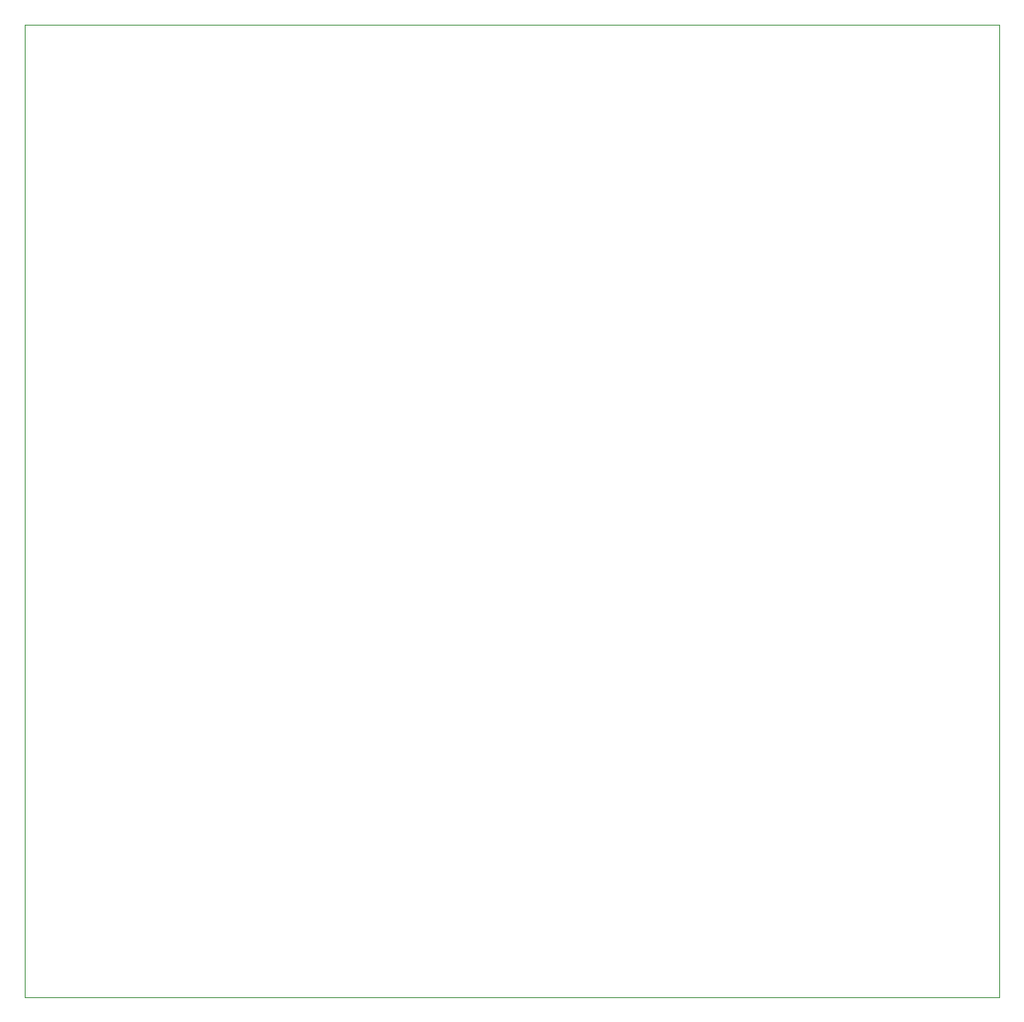
<source format=gm1>
G04 #@! TF.GenerationSoftware,KiCad,Pcbnew,6.0.11-2627ca5db0~126~ubuntu22.04.1*
G04 #@! TF.CreationDate,2023-06-25T15:32:07+01:00*
G04 #@! TF.ProjectId,srom,73726f6d-2e6b-4696-9361-645f70636258,v1.3 to v1.4*
G04 #@! TF.SameCoordinates,Original*
G04 #@! TF.FileFunction,Profile,NP*
%FSLAX46Y46*%
G04 Gerber Fmt 4.6, Leading zero omitted, Abs format (unit mm)*
G04 Created by KiCad (PCBNEW 6.0.11-2627ca5db0~126~ubuntu22.04.1) date 2023-06-25 15:32:07*
%MOMM*%
%LPD*%
G01*
G04 APERTURE LIST*
G04 #@! TA.AperFunction,Profile*
%ADD10C,0.100000*%
G04 #@! TD*
G04 APERTURE END LIST*
D10*
X45420000Y-70220000D02*
X145380000Y-70220000D01*
X145380000Y-70220000D02*
X145380000Y-170070000D01*
X145380000Y-170070000D02*
X45420000Y-170070000D01*
X45420000Y-170070000D02*
X45420000Y-70220000D01*
M02*

</source>
